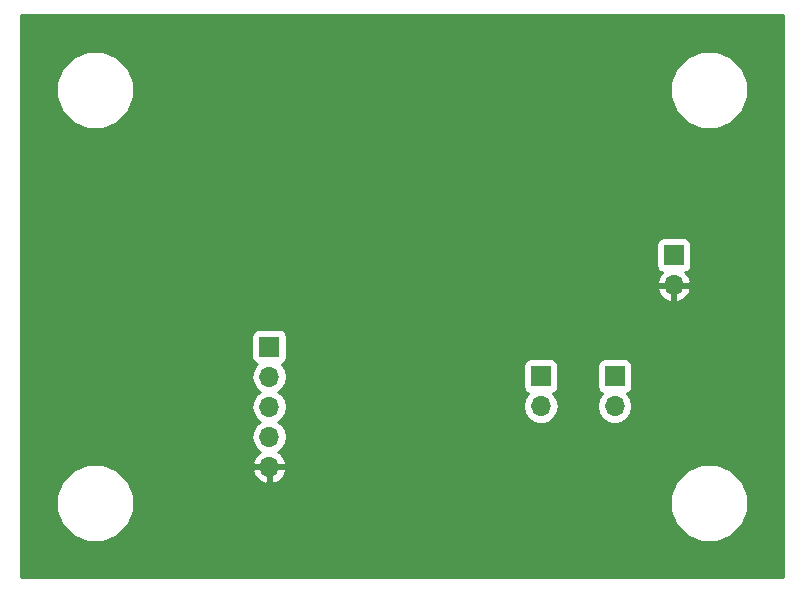
<source format=gbl>
G04 #@! TF.GenerationSoftware,KiCad,Pcbnew,5.0.0*
G04 #@! TF.CreationDate,2018-08-15T09:13:27-04:00*
G04 #@! TF.ProjectId,rs485,72733438352E6B696361645F70636200,rev?*
G04 #@! TF.SameCoordinates,Original*
G04 #@! TF.FileFunction,Copper,L2,Bot,Signal*
G04 #@! TF.FilePolarity,Positive*
%FSLAX46Y46*%
G04 Gerber Fmt 4.6, Leading zero omitted, Abs format (unit mm)*
G04 Created by KiCad (PCBNEW 5.0.0) date Wed Aug 15 09:13:27 2018*
%MOMM*%
%LPD*%
G01*
G04 APERTURE LIST*
G04 #@! TA.AperFunction,ComponentPad*
%ADD10O,1.700000X1.700000*%
G04 #@! TD*
G04 #@! TA.AperFunction,ComponentPad*
%ADD11R,1.700000X1.700000*%
G04 #@! TD*
G04 #@! TA.AperFunction,ViaPad*
%ADD12C,0.685800*%
G04 #@! TD*
G04 #@! TA.AperFunction,Conductor*
%ADD13C,0.508000*%
G04 #@! TD*
G04 #@! TA.AperFunction,Conductor*
%ADD14C,0.330200*%
G04 #@! TD*
G04 #@! TA.AperFunction,Conductor*
%ADD15C,0.254000*%
G04 #@! TD*
G04 APERTURE END LIST*
D10*
G04 #@! TO.P,J2,5*
G04 #@! TO.N,GND*
X50750000Y-109910000D03*
G04 #@! TO.P,J2,4*
G04 #@! TO.N,Net-(J2-Pad4)*
X50750000Y-107370000D03*
G04 #@! TO.P,J2,3*
G04 #@! TO.N,Net-(J2-Pad3)*
X50750000Y-104830000D03*
G04 #@! TO.P,J2,2*
G04 #@! TO.N,Net-(J2-Pad2)*
X50750000Y-102290000D03*
D11*
G04 #@! TO.P,J2,1*
G04 #@! TO.N,Net-(J2-Pad1)*
X50750000Y-99750000D03*
G04 #@! TD*
D10*
G04 #@! TO.P,J5,2*
G04 #@! TO.N,GND*
X85000000Y-94540000D03*
D11*
G04 #@! TO.P,J5,1*
G04 #@! TO.N,/+5V*
X85000000Y-92000000D03*
G04 #@! TD*
G04 #@! TO.P,J4,1*
G04 #@! TO.N,Net-(J3-Pad1)*
X73750000Y-102250000D03*
D10*
G04 #@! TO.P,J4,2*
G04 #@! TO.N,Net-(J3-Pad2)*
X73750000Y-104790000D03*
G04 #@! TD*
G04 #@! TO.P,J3,2*
G04 #@! TO.N,Net-(J3-Pad2)*
X80000000Y-104790000D03*
D11*
G04 #@! TO.P,J3,1*
G04 #@! TO.N,Net-(J3-Pad1)*
X80000000Y-102250000D03*
G04 #@! TD*
D12*
G04 #@! TO.N,GND*
X42000000Y-101000000D03*
X41000000Y-101000000D03*
X41000000Y-102000000D03*
X42000000Y-102000000D03*
X64000000Y-106000000D03*
X68000000Y-101000000D03*
X81000000Y-78000000D03*
X81000000Y-79000000D03*
X80000000Y-79000000D03*
X80000000Y-78000000D03*
X77000000Y-91000000D03*
X78000000Y-92000000D03*
X77000000Y-92000000D03*
X48000000Y-79000000D03*
X48000000Y-80000000D03*
X48000000Y-81000000D03*
X47000000Y-79000000D03*
X47000000Y-80000000D03*
X47000000Y-81000000D03*
X58000000Y-90000000D03*
X59000000Y-90000000D03*
X58000000Y-91000000D03*
X59000000Y-91000000D03*
X71000000Y-90000000D03*
G04 #@! TD*
D13*
G04 #@! TO.N,GND*
X64000000Y-106000000D02*
X64000000Y-105000000D01*
X64000000Y-105000000D02*
X68000000Y-101000000D01*
X49000000Y-81000000D02*
X58000000Y-90000000D01*
X48000000Y-81000000D02*
X49000000Y-81000000D01*
X59000000Y-90000000D02*
X69000000Y-90000000D01*
D14*
X71000000Y-90000000D02*
X69000000Y-90000000D01*
X74000000Y-88000000D02*
X77000000Y-91000000D01*
X71000000Y-88000000D02*
X74000000Y-88000000D01*
D13*
X69000000Y-90000000D02*
X71000000Y-88000000D01*
X71000000Y-88000000D02*
X80000000Y-79000000D01*
D14*
X80540000Y-94540000D02*
X85000000Y-94540000D01*
X78000000Y-92000000D02*
X80540000Y-94540000D01*
X74460000Y-94540000D02*
X68000000Y-101000000D01*
X80540000Y-94540000D02*
X74460000Y-94540000D01*
G04 #@! TD*
D15*
G04 #@! TO.N,GND*
G36*
X94288801Y-119288800D02*
X29711200Y-119288800D01*
X29711200Y-112346573D01*
X32715000Y-112346573D01*
X32715000Y-113653427D01*
X33215111Y-114860803D01*
X34139197Y-115784889D01*
X35346573Y-116285000D01*
X36653427Y-116285000D01*
X37860803Y-115784889D01*
X38784889Y-114860803D01*
X39285000Y-113653427D01*
X39285000Y-112346573D01*
X84715000Y-112346573D01*
X84715000Y-113653427D01*
X85215111Y-114860803D01*
X86139197Y-115784889D01*
X87346573Y-116285000D01*
X88653427Y-116285000D01*
X89860803Y-115784889D01*
X90784889Y-114860803D01*
X91285000Y-113653427D01*
X91285000Y-112346573D01*
X90784889Y-111139197D01*
X89860803Y-110215111D01*
X88653427Y-109715000D01*
X87346573Y-109715000D01*
X86139197Y-110215111D01*
X85215111Y-111139197D01*
X84715000Y-112346573D01*
X39285000Y-112346573D01*
X38784889Y-111139197D01*
X37912582Y-110266890D01*
X49308524Y-110266890D01*
X49478355Y-110676924D01*
X49868642Y-111105183D01*
X50393108Y-111351486D01*
X50623000Y-111230819D01*
X50623000Y-110037000D01*
X50877000Y-110037000D01*
X50877000Y-111230819D01*
X51106892Y-111351486D01*
X51631358Y-111105183D01*
X52021645Y-110676924D01*
X52191476Y-110266890D01*
X52070155Y-110037000D01*
X50877000Y-110037000D01*
X50623000Y-110037000D01*
X49429845Y-110037000D01*
X49308524Y-110266890D01*
X37912582Y-110266890D01*
X37860803Y-110215111D01*
X36653427Y-109715000D01*
X35346573Y-109715000D01*
X34139197Y-110215111D01*
X33215111Y-111139197D01*
X32715000Y-112346573D01*
X29711200Y-112346573D01*
X29711200Y-102290000D01*
X49235908Y-102290000D01*
X49351161Y-102869418D01*
X49679375Y-103360625D01*
X49977761Y-103560000D01*
X49679375Y-103759375D01*
X49351161Y-104250582D01*
X49235908Y-104830000D01*
X49351161Y-105409418D01*
X49679375Y-105900625D01*
X49977761Y-106100000D01*
X49679375Y-106299375D01*
X49351161Y-106790582D01*
X49235908Y-107370000D01*
X49351161Y-107949418D01*
X49679375Y-108440625D01*
X49998478Y-108653843D01*
X49868642Y-108714817D01*
X49478355Y-109143076D01*
X49308524Y-109553110D01*
X49429845Y-109783000D01*
X50623000Y-109783000D01*
X50623000Y-109763000D01*
X50877000Y-109763000D01*
X50877000Y-109783000D01*
X52070155Y-109783000D01*
X52191476Y-109553110D01*
X52021645Y-109143076D01*
X51631358Y-108714817D01*
X51501522Y-108653843D01*
X51820625Y-108440625D01*
X52148839Y-107949418D01*
X52264092Y-107370000D01*
X52148839Y-106790582D01*
X51820625Y-106299375D01*
X51522239Y-106100000D01*
X51820625Y-105900625D01*
X52148839Y-105409418D01*
X52264092Y-104830000D01*
X52256136Y-104790000D01*
X72235908Y-104790000D01*
X72351161Y-105369418D01*
X72679375Y-105860625D01*
X73170582Y-106188839D01*
X73603744Y-106275000D01*
X73896256Y-106275000D01*
X74329418Y-106188839D01*
X74820625Y-105860625D01*
X75148839Y-105369418D01*
X75264092Y-104790000D01*
X78485908Y-104790000D01*
X78601161Y-105369418D01*
X78929375Y-105860625D01*
X79420582Y-106188839D01*
X79853744Y-106275000D01*
X80146256Y-106275000D01*
X80579418Y-106188839D01*
X81070625Y-105860625D01*
X81398839Y-105369418D01*
X81514092Y-104790000D01*
X81398839Y-104210582D01*
X81070625Y-103719375D01*
X81052381Y-103707184D01*
X81097765Y-103698157D01*
X81307809Y-103557809D01*
X81448157Y-103347765D01*
X81497440Y-103100000D01*
X81497440Y-101400000D01*
X81448157Y-101152235D01*
X81307809Y-100942191D01*
X81097765Y-100801843D01*
X80850000Y-100752560D01*
X79150000Y-100752560D01*
X78902235Y-100801843D01*
X78692191Y-100942191D01*
X78551843Y-101152235D01*
X78502560Y-101400000D01*
X78502560Y-103100000D01*
X78551843Y-103347765D01*
X78692191Y-103557809D01*
X78902235Y-103698157D01*
X78947619Y-103707184D01*
X78929375Y-103719375D01*
X78601161Y-104210582D01*
X78485908Y-104790000D01*
X75264092Y-104790000D01*
X75148839Y-104210582D01*
X74820625Y-103719375D01*
X74802381Y-103707184D01*
X74847765Y-103698157D01*
X75057809Y-103557809D01*
X75198157Y-103347765D01*
X75247440Y-103100000D01*
X75247440Y-101400000D01*
X75198157Y-101152235D01*
X75057809Y-100942191D01*
X74847765Y-100801843D01*
X74600000Y-100752560D01*
X72900000Y-100752560D01*
X72652235Y-100801843D01*
X72442191Y-100942191D01*
X72301843Y-101152235D01*
X72252560Y-101400000D01*
X72252560Y-103100000D01*
X72301843Y-103347765D01*
X72442191Y-103557809D01*
X72652235Y-103698157D01*
X72697619Y-103707184D01*
X72679375Y-103719375D01*
X72351161Y-104210582D01*
X72235908Y-104790000D01*
X52256136Y-104790000D01*
X52148839Y-104250582D01*
X51820625Y-103759375D01*
X51522239Y-103560000D01*
X51820625Y-103360625D01*
X52148839Y-102869418D01*
X52264092Y-102290000D01*
X52148839Y-101710582D01*
X51820625Y-101219375D01*
X51802381Y-101207184D01*
X51847765Y-101198157D01*
X52057809Y-101057809D01*
X52198157Y-100847765D01*
X52247440Y-100600000D01*
X52247440Y-98900000D01*
X52198157Y-98652235D01*
X52057809Y-98442191D01*
X51847765Y-98301843D01*
X51600000Y-98252560D01*
X49900000Y-98252560D01*
X49652235Y-98301843D01*
X49442191Y-98442191D01*
X49301843Y-98652235D01*
X49252560Y-98900000D01*
X49252560Y-100600000D01*
X49301843Y-100847765D01*
X49442191Y-101057809D01*
X49652235Y-101198157D01*
X49697619Y-101207184D01*
X49679375Y-101219375D01*
X49351161Y-101710582D01*
X49235908Y-102290000D01*
X29711200Y-102290000D01*
X29711200Y-94896890D01*
X83558524Y-94896890D01*
X83728355Y-95306924D01*
X84118642Y-95735183D01*
X84643108Y-95981486D01*
X84873000Y-95860819D01*
X84873000Y-94667000D01*
X85127000Y-94667000D01*
X85127000Y-95860819D01*
X85356892Y-95981486D01*
X85881358Y-95735183D01*
X86271645Y-95306924D01*
X86441476Y-94896890D01*
X86320155Y-94667000D01*
X85127000Y-94667000D01*
X84873000Y-94667000D01*
X83679845Y-94667000D01*
X83558524Y-94896890D01*
X29711200Y-94896890D01*
X29711200Y-91150000D01*
X83502560Y-91150000D01*
X83502560Y-92850000D01*
X83551843Y-93097765D01*
X83692191Y-93307809D01*
X83902235Y-93448157D01*
X84005708Y-93468739D01*
X83728355Y-93773076D01*
X83558524Y-94183110D01*
X83679845Y-94413000D01*
X84873000Y-94413000D01*
X84873000Y-94393000D01*
X85127000Y-94393000D01*
X85127000Y-94413000D01*
X86320155Y-94413000D01*
X86441476Y-94183110D01*
X86271645Y-93773076D01*
X85994292Y-93468739D01*
X86097765Y-93448157D01*
X86307809Y-93307809D01*
X86448157Y-93097765D01*
X86497440Y-92850000D01*
X86497440Y-91150000D01*
X86448157Y-90902235D01*
X86307809Y-90692191D01*
X86097765Y-90551843D01*
X85850000Y-90502560D01*
X84150000Y-90502560D01*
X83902235Y-90551843D01*
X83692191Y-90692191D01*
X83551843Y-90902235D01*
X83502560Y-91150000D01*
X29711200Y-91150000D01*
X29711200Y-77346573D01*
X32715000Y-77346573D01*
X32715000Y-78653427D01*
X33215111Y-79860803D01*
X34139197Y-80784889D01*
X35346573Y-81285000D01*
X36653427Y-81285000D01*
X37860803Y-80784889D01*
X38784889Y-79860803D01*
X39285000Y-78653427D01*
X39285000Y-77346573D01*
X84715000Y-77346573D01*
X84715000Y-78653427D01*
X85215111Y-79860803D01*
X86139197Y-80784889D01*
X87346573Y-81285000D01*
X88653427Y-81285000D01*
X89860803Y-80784889D01*
X90784889Y-79860803D01*
X91285000Y-78653427D01*
X91285000Y-77346573D01*
X90784889Y-76139197D01*
X89860803Y-75215111D01*
X88653427Y-74715000D01*
X87346573Y-74715000D01*
X86139197Y-75215111D01*
X85215111Y-76139197D01*
X84715000Y-77346573D01*
X39285000Y-77346573D01*
X38784889Y-76139197D01*
X37860803Y-75215111D01*
X36653427Y-74715000D01*
X35346573Y-74715000D01*
X34139197Y-75215111D01*
X33215111Y-76139197D01*
X32715000Y-77346573D01*
X29711200Y-77346573D01*
X29711200Y-71711200D01*
X94288800Y-71711200D01*
X94288801Y-119288800D01*
X94288801Y-119288800D01*
G37*
X94288801Y-119288800D02*
X29711200Y-119288800D01*
X29711200Y-112346573D01*
X32715000Y-112346573D01*
X32715000Y-113653427D01*
X33215111Y-114860803D01*
X34139197Y-115784889D01*
X35346573Y-116285000D01*
X36653427Y-116285000D01*
X37860803Y-115784889D01*
X38784889Y-114860803D01*
X39285000Y-113653427D01*
X39285000Y-112346573D01*
X84715000Y-112346573D01*
X84715000Y-113653427D01*
X85215111Y-114860803D01*
X86139197Y-115784889D01*
X87346573Y-116285000D01*
X88653427Y-116285000D01*
X89860803Y-115784889D01*
X90784889Y-114860803D01*
X91285000Y-113653427D01*
X91285000Y-112346573D01*
X90784889Y-111139197D01*
X89860803Y-110215111D01*
X88653427Y-109715000D01*
X87346573Y-109715000D01*
X86139197Y-110215111D01*
X85215111Y-111139197D01*
X84715000Y-112346573D01*
X39285000Y-112346573D01*
X38784889Y-111139197D01*
X37912582Y-110266890D01*
X49308524Y-110266890D01*
X49478355Y-110676924D01*
X49868642Y-111105183D01*
X50393108Y-111351486D01*
X50623000Y-111230819D01*
X50623000Y-110037000D01*
X50877000Y-110037000D01*
X50877000Y-111230819D01*
X51106892Y-111351486D01*
X51631358Y-111105183D01*
X52021645Y-110676924D01*
X52191476Y-110266890D01*
X52070155Y-110037000D01*
X50877000Y-110037000D01*
X50623000Y-110037000D01*
X49429845Y-110037000D01*
X49308524Y-110266890D01*
X37912582Y-110266890D01*
X37860803Y-110215111D01*
X36653427Y-109715000D01*
X35346573Y-109715000D01*
X34139197Y-110215111D01*
X33215111Y-111139197D01*
X32715000Y-112346573D01*
X29711200Y-112346573D01*
X29711200Y-102290000D01*
X49235908Y-102290000D01*
X49351161Y-102869418D01*
X49679375Y-103360625D01*
X49977761Y-103560000D01*
X49679375Y-103759375D01*
X49351161Y-104250582D01*
X49235908Y-104830000D01*
X49351161Y-105409418D01*
X49679375Y-105900625D01*
X49977761Y-106100000D01*
X49679375Y-106299375D01*
X49351161Y-106790582D01*
X49235908Y-107370000D01*
X49351161Y-107949418D01*
X49679375Y-108440625D01*
X49998478Y-108653843D01*
X49868642Y-108714817D01*
X49478355Y-109143076D01*
X49308524Y-109553110D01*
X49429845Y-109783000D01*
X50623000Y-109783000D01*
X50623000Y-109763000D01*
X50877000Y-109763000D01*
X50877000Y-109783000D01*
X52070155Y-109783000D01*
X52191476Y-109553110D01*
X52021645Y-109143076D01*
X51631358Y-108714817D01*
X51501522Y-108653843D01*
X51820625Y-108440625D01*
X52148839Y-107949418D01*
X52264092Y-107370000D01*
X52148839Y-106790582D01*
X51820625Y-106299375D01*
X51522239Y-106100000D01*
X51820625Y-105900625D01*
X52148839Y-105409418D01*
X52264092Y-104830000D01*
X52256136Y-104790000D01*
X72235908Y-104790000D01*
X72351161Y-105369418D01*
X72679375Y-105860625D01*
X73170582Y-106188839D01*
X73603744Y-106275000D01*
X73896256Y-106275000D01*
X74329418Y-106188839D01*
X74820625Y-105860625D01*
X75148839Y-105369418D01*
X75264092Y-104790000D01*
X78485908Y-104790000D01*
X78601161Y-105369418D01*
X78929375Y-105860625D01*
X79420582Y-106188839D01*
X79853744Y-106275000D01*
X80146256Y-106275000D01*
X80579418Y-106188839D01*
X81070625Y-105860625D01*
X81398839Y-105369418D01*
X81514092Y-104790000D01*
X81398839Y-104210582D01*
X81070625Y-103719375D01*
X81052381Y-103707184D01*
X81097765Y-103698157D01*
X81307809Y-103557809D01*
X81448157Y-103347765D01*
X81497440Y-103100000D01*
X81497440Y-101400000D01*
X81448157Y-101152235D01*
X81307809Y-100942191D01*
X81097765Y-100801843D01*
X80850000Y-100752560D01*
X79150000Y-100752560D01*
X78902235Y-100801843D01*
X78692191Y-100942191D01*
X78551843Y-101152235D01*
X78502560Y-101400000D01*
X78502560Y-103100000D01*
X78551843Y-103347765D01*
X78692191Y-103557809D01*
X78902235Y-103698157D01*
X78947619Y-103707184D01*
X78929375Y-103719375D01*
X78601161Y-104210582D01*
X78485908Y-104790000D01*
X75264092Y-104790000D01*
X75148839Y-104210582D01*
X74820625Y-103719375D01*
X74802381Y-103707184D01*
X74847765Y-103698157D01*
X75057809Y-103557809D01*
X75198157Y-103347765D01*
X75247440Y-103100000D01*
X75247440Y-101400000D01*
X75198157Y-101152235D01*
X75057809Y-100942191D01*
X74847765Y-100801843D01*
X74600000Y-100752560D01*
X72900000Y-100752560D01*
X72652235Y-100801843D01*
X72442191Y-100942191D01*
X72301843Y-101152235D01*
X72252560Y-101400000D01*
X72252560Y-103100000D01*
X72301843Y-103347765D01*
X72442191Y-103557809D01*
X72652235Y-103698157D01*
X72697619Y-103707184D01*
X72679375Y-103719375D01*
X72351161Y-104210582D01*
X72235908Y-104790000D01*
X52256136Y-104790000D01*
X52148839Y-104250582D01*
X51820625Y-103759375D01*
X51522239Y-103560000D01*
X51820625Y-103360625D01*
X52148839Y-102869418D01*
X52264092Y-102290000D01*
X52148839Y-101710582D01*
X51820625Y-101219375D01*
X51802381Y-101207184D01*
X51847765Y-101198157D01*
X52057809Y-101057809D01*
X52198157Y-100847765D01*
X52247440Y-100600000D01*
X52247440Y-98900000D01*
X52198157Y-98652235D01*
X52057809Y-98442191D01*
X51847765Y-98301843D01*
X51600000Y-98252560D01*
X49900000Y-98252560D01*
X49652235Y-98301843D01*
X49442191Y-98442191D01*
X49301843Y-98652235D01*
X49252560Y-98900000D01*
X49252560Y-100600000D01*
X49301843Y-100847765D01*
X49442191Y-101057809D01*
X49652235Y-101198157D01*
X49697619Y-101207184D01*
X49679375Y-101219375D01*
X49351161Y-101710582D01*
X49235908Y-102290000D01*
X29711200Y-102290000D01*
X29711200Y-94896890D01*
X83558524Y-94896890D01*
X83728355Y-95306924D01*
X84118642Y-95735183D01*
X84643108Y-95981486D01*
X84873000Y-95860819D01*
X84873000Y-94667000D01*
X85127000Y-94667000D01*
X85127000Y-95860819D01*
X85356892Y-95981486D01*
X85881358Y-95735183D01*
X86271645Y-95306924D01*
X86441476Y-94896890D01*
X86320155Y-94667000D01*
X85127000Y-94667000D01*
X84873000Y-94667000D01*
X83679845Y-94667000D01*
X83558524Y-94896890D01*
X29711200Y-94896890D01*
X29711200Y-91150000D01*
X83502560Y-91150000D01*
X83502560Y-92850000D01*
X83551843Y-93097765D01*
X83692191Y-93307809D01*
X83902235Y-93448157D01*
X84005708Y-93468739D01*
X83728355Y-93773076D01*
X83558524Y-94183110D01*
X83679845Y-94413000D01*
X84873000Y-94413000D01*
X84873000Y-94393000D01*
X85127000Y-94393000D01*
X85127000Y-94413000D01*
X86320155Y-94413000D01*
X86441476Y-94183110D01*
X86271645Y-93773076D01*
X85994292Y-93468739D01*
X86097765Y-93448157D01*
X86307809Y-93307809D01*
X86448157Y-93097765D01*
X86497440Y-92850000D01*
X86497440Y-91150000D01*
X86448157Y-90902235D01*
X86307809Y-90692191D01*
X86097765Y-90551843D01*
X85850000Y-90502560D01*
X84150000Y-90502560D01*
X83902235Y-90551843D01*
X83692191Y-90692191D01*
X83551843Y-90902235D01*
X83502560Y-91150000D01*
X29711200Y-91150000D01*
X29711200Y-77346573D01*
X32715000Y-77346573D01*
X32715000Y-78653427D01*
X33215111Y-79860803D01*
X34139197Y-80784889D01*
X35346573Y-81285000D01*
X36653427Y-81285000D01*
X37860803Y-80784889D01*
X38784889Y-79860803D01*
X39285000Y-78653427D01*
X39285000Y-77346573D01*
X84715000Y-77346573D01*
X84715000Y-78653427D01*
X85215111Y-79860803D01*
X86139197Y-80784889D01*
X87346573Y-81285000D01*
X88653427Y-81285000D01*
X89860803Y-80784889D01*
X90784889Y-79860803D01*
X91285000Y-78653427D01*
X91285000Y-77346573D01*
X90784889Y-76139197D01*
X89860803Y-75215111D01*
X88653427Y-74715000D01*
X87346573Y-74715000D01*
X86139197Y-75215111D01*
X85215111Y-76139197D01*
X84715000Y-77346573D01*
X39285000Y-77346573D01*
X38784889Y-76139197D01*
X37860803Y-75215111D01*
X36653427Y-74715000D01*
X35346573Y-74715000D01*
X34139197Y-75215111D01*
X33215111Y-76139197D01*
X32715000Y-77346573D01*
X29711200Y-77346573D01*
X29711200Y-71711200D01*
X94288800Y-71711200D01*
X94288801Y-119288800D01*
G04 #@! TD*
M02*

</source>
